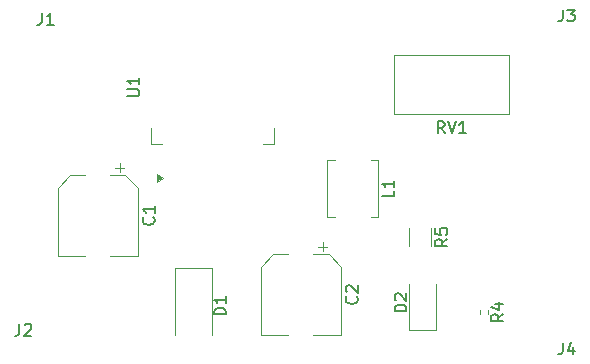
<source format=gbr>
%TF.GenerationSoftware,KiCad,Pcbnew,9.0.3*%
%TF.CreationDate,2025-07-23T14:40:10+05:30*%
%TF.ProjectId,buck_converter,6275636b-5f63-46f6-9e76-65727465722e,rev?*%
%TF.SameCoordinates,Original*%
%TF.FileFunction,Legend,Top*%
%TF.FilePolarity,Positive*%
%FSLAX46Y46*%
G04 Gerber Fmt 4.6, Leading zero omitted, Abs format (unit mm)*
G04 Created by KiCad (PCBNEW 9.0.3) date 2025-07-23 14:40:10*
%MOMM*%
%LPD*%
G01*
G04 APERTURE LIST*
%ADD10C,0.150000*%
%ADD11C,0.120000*%
G04 APERTURE END LIST*
D10*
X120164761Y-75944819D02*
X119831428Y-75468628D01*
X119593333Y-75944819D02*
X119593333Y-74944819D01*
X119593333Y-74944819D02*
X119974285Y-74944819D01*
X119974285Y-74944819D02*
X120069523Y-74992438D01*
X120069523Y-74992438D02*
X120117142Y-75040057D01*
X120117142Y-75040057D02*
X120164761Y-75135295D01*
X120164761Y-75135295D02*
X120164761Y-75278152D01*
X120164761Y-75278152D02*
X120117142Y-75373390D01*
X120117142Y-75373390D02*
X120069523Y-75421009D01*
X120069523Y-75421009D02*
X119974285Y-75468628D01*
X119974285Y-75468628D02*
X119593333Y-75468628D01*
X120450476Y-74944819D02*
X120783809Y-75944819D01*
X120783809Y-75944819D02*
X121117142Y-74944819D01*
X121974285Y-75944819D02*
X121402857Y-75944819D01*
X121688571Y-75944819D02*
X121688571Y-74944819D01*
X121688571Y-74944819D02*
X121593333Y-75087676D01*
X121593333Y-75087676D02*
X121498095Y-75182914D01*
X121498095Y-75182914D02*
X121402857Y-75230533D01*
X130166666Y-93674819D02*
X130166666Y-94389104D01*
X130166666Y-94389104D02*
X130119047Y-94531961D01*
X130119047Y-94531961D02*
X130023809Y-94627200D01*
X130023809Y-94627200D02*
X129880952Y-94674819D01*
X129880952Y-94674819D02*
X129785714Y-94674819D01*
X131071428Y-94008152D02*
X131071428Y-94674819D01*
X130833333Y-93627200D02*
X130595238Y-94341485D01*
X130595238Y-94341485D02*
X131214285Y-94341485D01*
X130166666Y-65474819D02*
X130166666Y-66189104D01*
X130166666Y-66189104D02*
X130119047Y-66331961D01*
X130119047Y-66331961D02*
X130023809Y-66427200D01*
X130023809Y-66427200D02*
X129880952Y-66474819D01*
X129880952Y-66474819D02*
X129785714Y-66474819D01*
X130547619Y-65474819D02*
X131166666Y-65474819D01*
X131166666Y-65474819D02*
X130833333Y-65855771D01*
X130833333Y-65855771D02*
X130976190Y-65855771D01*
X130976190Y-65855771D02*
X131071428Y-65903390D01*
X131071428Y-65903390D02*
X131119047Y-65951009D01*
X131119047Y-65951009D02*
X131166666Y-66046247D01*
X131166666Y-66046247D02*
X131166666Y-66284342D01*
X131166666Y-66284342D02*
X131119047Y-66379580D01*
X131119047Y-66379580D02*
X131071428Y-66427200D01*
X131071428Y-66427200D02*
X130976190Y-66474819D01*
X130976190Y-66474819D02*
X130690476Y-66474819D01*
X130690476Y-66474819D02*
X130595238Y-66427200D01*
X130595238Y-66427200D02*
X130547619Y-66379580D01*
X84166666Y-92074819D02*
X84166666Y-92789104D01*
X84166666Y-92789104D02*
X84119047Y-92931961D01*
X84119047Y-92931961D02*
X84023809Y-93027200D01*
X84023809Y-93027200D02*
X83880952Y-93074819D01*
X83880952Y-93074819D02*
X83785714Y-93074819D01*
X84595238Y-92170057D02*
X84642857Y-92122438D01*
X84642857Y-92122438D02*
X84738095Y-92074819D01*
X84738095Y-92074819D02*
X84976190Y-92074819D01*
X84976190Y-92074819D02*
X85071428Y-92122438D01*
X85071428Y-92122438D02*
X85119047Y-92170057D01*
X85119047Y-92170057D02*
X85166666Y-92265295D01*
X85166666Y-92265295D02*
X85166666Y-92360533D01*
X85166666Y-92360533D02*
X85119047Y-92503390D01*
X85119047Y-92503390D02*
X84547619Y-93074819D01*
X84547619Y-93074819D02*
X85166666Y-93074819D01*
X86066666Y-65774819D02*
X86066666Y-66489104D01*
X86066666Y-66489104D02*
X86019047Y-66631961D01*
X86019047Y-66631961D02*
X85923809Y-66727200D01*
X85923809Y-66727200D02*
X85780952Y-66774819D01*
X85780952Y-66774819D02*
X85685714Y-66774819D01*
X87066666Y-66774819D02*
X86495238Y-66774819D01*
X86780952Y-66774819D02*
X86780952Y-65774819D01*
X86780952Y-65774819D02*
X86685714Y-65917676D01*
X86685714Y-65917676D02*
X86590476Y-66012914D01*
X86590476Y-66012914D02*
X86495238Y-66060533D01*
X101634819Y-91288094D02*
X100634819Y-91288094D01*
X100634819Y-91288094D02*
X100634819Y-91049999D01*
X100634819Y-91049999D02*
X100682438Y-90907142D01*
X100682438Y-90907142D02*
X100777676Y-90811904D01*
X100777676Y-90811904D02*
X100872914Y-90764285D01*
X100872914Y-90764285D02*
X101063390Y-90716666D01*
X101063390Y-90716666D02*
X101206247Y-90716666D01*
X101206247Y-90716666D02*
X101396723Y-90764285D01*
X101396723Y-90764285D02*
X101491961Y-90811904D01*
X101491961Y-90811904D02*
X101587200Y-90907142D01*
X101587200Y-90907142D02*
X101634819Y-91049999D01*
X101634819Y-91049999D02*
X101634819Y-91288094D01*
X101634819Y-89764285D02*
X101634819Y-90335713D01*
X101634819Y-90049999D02*
X100634819Y-90049999D01*
X100634819Y-90049999D02*
X100777676Y-90145237D01*
X100777676Y-90145237D02*
X100872914Y-90240475D01*
X100872914Y-90240475D02*
X100920533Y-90335713D01*
X93304819Y-72811904D02*
X94114342Y-72811904D01*
X94114342Y-72811904D02*
X94209580Y-72764285D01*
X94209580Y-72764285D02*
X94257200Y-72716666D01*
X94257200Y-72716666D02*
X94304819Y-72621428D01*
X94304819Y-72621428D02*
X94304819Y-72430952D01*
X94304819Y-72430952D02*
X94257200Y-72335714D01*
X94257200Y-72335714D02*
X94209580Y-72288095D01*
X94209580Y-72288095D02*
X94114342Y-72240476D01*
X94114342Y-72240476D02*
X93304819Y-72240476D01*
X94304819Y-71240476D02*
X94304819Y-71811904D01*
X94304819Y-71526190D02*
X93304819Y-71526190D01*
X93304819Y-71526190D02*
X93447676Y-71621428D01*
X93447676Y-71621428D02*
X93542914Y-71716666D01*
X93542914Y-71716666D02*
X93590533Y-71811904D01*
X120384819Y-84904166D02*
X119908628Y-85237499D01*
X120384819Y-85475594D02*
X119384819Y-85475594D01*
X119384819Y-85475594D02*
X119384819Y-85094642D01*
X119384819Y-85094642D02*
X119432438Y-84999404D01*
X119432438Y-84999404D02*
X119480057Y-84951785D01*
X119480057Y-84951785D02*
X119575295Y-84904166D01*
X119575295Y-84904166D02*
X119718152Y-84904166D01*
X119718152Y-84904166D02*
X119813390Y-84951785D01*
X119813390Y-84951785D02*
X119861009Y-84999404D01*
X119861009Y-84999404D02*
X119908628Y-85094642D01*
X119908628Y-85094642D02*
X119908628Y-85475594D01*
X119384819Y-83999404D02*
X119384819Y-84475594D01*
X119384819Y-84475594D02*
X119861009Y-84523213D01*
X119861009Y-84523213D02*
X119813390Y-84475594D01*
X119813390Y-84475594D02*
X119765771Y-84380356D01*
X119765771Y-84380356D02*
X119765771Y-84142261D01*
X119765771Y-84142261D02*
X119813390Y-84047023D01*
X119813390Y-84047023D02*
X119861009Y-83999404D01*
X119861009Y-83999404D02*
X119956247Y-83951785D01*
X119956247Y-83951785D02*
X120194342Y-83951785D01*
X120194342Y-83951785D02*
X120289580Y-83999404D01*
X120289580Y-83999404D02*
X120337200Y-84047023D01*
X120337200Y-84047023D02*
X120384819Y-84142261D01*
X120384819Y-84142261D02*
X120384819Y-84380356D01*
X120384819Y-84380356D02*
X120337200Y-84475594D01*
X120337200Y-84475594D02*
X120289580Y-84523213D01*
X125124819Y-91256666D02*
X124648628Y-91589999D01*
X125124819Y-91828094D02*
X124124819Y-91828094D01*
X124124819Y-91828094D02*
X124124819Y-91447142D01*
X124124819Y-91447142D02*
X124172438Y-91351904D01*
X124172438Y-91351904D02*
X124220057Y-91304285D01*
X124220057Y-91304285D02*
X124315295Y-91256666D01*
X124315295Y-91256666D02*
X124458152Y-91256666D01*
X124458152Y-91256666D02*
X124553390Y-91304285D01*
X124553390Y-91304285D02*
X124601009Y-91351904D01*
X124601009Y-91351904D02*
X124648628Y-91447142D01*
X124648628Y-91447142D02*
X124648628Y-91828094D01*
X124458152Y-90399523D02*
X125124819Y-90399523D01*
X124077200Y-90637618D02*
X124791485Y-90875713D01*
X124791485Y-90875713D02*
X124791485Y-90256666D01*
X115854819Y-80816666D02*
X115854819Y-81292856D01*
X115854819Y-81292856D02*
X114854819Y-81292856D01*
X115854819Y-79959523D02*
X115854819Y-80530951D01*
X115854819Y-80245237D02*
X114854819Y-80245237D01*
X114854819Y-80245237D02*
X114997676Y-80340475D01*
X114997676Y-80340475D02*
X115092914Y-80435713D01*
X115092914Y-80435713D02*
X115140533Y-80530951D01*
X116924819Y-91038094D02*
X115924819Y-91038094D01*
X115924819Y-91038094D02*
X115924819Y-90799999D01*
X115924819Y-90799999D02*
X115972438Y-90657142D01*
X115972438Y-90657142D02*
X116067676Y-90561904D01*
X116067676Y-90561904D02*
X116162914Y-90514285D01*
X116162914Y-90514285D02*
X116353390Y-90466666D01*
X116353390Y-90466666D02*
X116496247Y-90466666D01*
X116496247Y-90466666D02*
X116686723Y-90514285D01*
X116686723Y-90514285D02*
X116781961Y-90561904D01*
X116781961Y-90561904D02*
X116877200Y-90657142D01*
X116877200Y-90657142D02*
X116924819Y-90799999D01*
X116924819Y-90799999D02*
X116924819Y-91038094D01*
X116020057Y-90085713D02*
X115972438Y-90038094D01*
X115972438Y-90038094D02*
X115924819Y-89942856D01*
X115924819Y-89942856D02*
X115924819Y-89704761D01*
X115924819Y-89704761D02*
X115972438Y-89609523D01*
X115972438Y-89609523D02*
X116020057Y-89561904D01*
X116020057Y-89561904D02*
X116115295Y-89514285D01*
X116115295Y-89514285D02*
X116210533Y-89514285D01*
X116210533Y-89514285D02*
X116353390Y-89561904D01*
X116353390Y-89561904D02*
X116924819Y-90133332D01*
X116924819Y-90133332D02*
X116924819Y-89514285D01*
X112709580Y-89766666D02*
X112757200Y-89814285D01*
X112757200Y-89814285D02*
X112804819Y-89957142D01*
X112804819Y-89957142D02*
X112804819Y-90052380D01*
X112804819Y-90052380D02*
X112757200Y-90195237D01*
X112757200Y-90195237D02*
X112661961Y-90290475D01*
X112661961Y-90290475D02*
X112566723Y-90338094D01*
X112566723Y-90338094D02*
X112376247Y-90385713D01*
X112376247Y-90385713D02*
X112233390Y-90385713D01*
X112233390Y-90385713D02*
X112042914Y-90338094D01*
X112042914Y-90338094D02*
X111947676Y-90290475D01*
X111947676Y-90290475D02*
X111852438Y-90195237D01*
X111852438Y-90195237D02*
X111804819Y-90052380D01*
X111804819Y-90052380D02*
X111804819Y-89957142D01*
X111804819Y-89957142D02*
X111852438Y-89814285D01*
X111852438Y-89814285D02*
X111900057Y-89766666D01*
X111900057Y-89385713D02*
X111852438Y-89338094D01*
X111852438Y-89338094D02*
X111804819Y-89242856D01*
X111804819Y-89242856D02*
X111804819Y-89004761D01*
X111804819Y-89004761D02*
X111852438Y-88909523D01*
X111852438Y-88909523D02*
X111900057Y-88861904D01*
X111900057Y-88861904D02*
X111995295Y-88814285D01*
X111995295Y-88814285D02*
X112090533Y-88814285D01*
X112090533Y-88814285D02*
X112233390Y-88861904D01*
X112233390Y-88861904D02*
X112804819Y-89433332D01*
X112804819Y-89433332D02*
X112804819Y-88814285D01*
X95509580Y-83066666D02*
X95557200Y-83114285D01*
X95557200Y-83114285D02*
X95604819Y-83257142D01*
X95604819Y-83257142D02*
X95604819Y-83352380D01*
X95604819Y-83352380D02*
X95557200Y-83495237D01*
X95557200Y-83495237D02*
X95461961Y-83590475D01*
X95461961Y-83590475D02*
X95366723Y-83638094D01*
X95366723Y-83638094D02*
X95176247Y-83685713D01*
X95176247Y-83685713D02*
X95033390Y-83685713D01*
X95033390Y-83685713D02*
X94842914Y-83638094D01*
X94842914Y-83638094D02*
X94747676Y-83590475D01*
X94747676Y-83590475D02*
X94652438Y-83495237D01*
X94652438Y-83495237D02*
X94604819Y-83352380D01*
X94604819Y-83352380D02*
X94604819Y-83257142D01*
X94604819Y-83257142D02*
X94652438Y-83114285D01*
X94652438Y-83114285D02*
X94700057Y-83066666D01*
X95604819Y-82114285D02*
X95604819Y-82685713D01*
X95604819Y-82399999D02*
X94604819Y-82399999D01*
X94604819Y-82399999D02*
X94747676Y-82495237D01*
X94747676Y-82495237D02*
X94842914Y-82590475D01*
X94842914Y-82590475D02*
X94890533Y-82685713D01*
D11*
%TO.C,RV1*%
X125635000Y-74350000D02*
X115885000Y-74350000D01*
X125635000Y-69300000D02*
X125635000Y-74350000D01*
X115885000Y-74350000D02*
X115885000Y-69300000D01*
X115885000Y-69300000D02*
X125635000Y-69300000D01*
%TO.C,D1*%
X100485000Y-87365000D02*
X97315000Y-87365000D01*
X97315000Y-87365000D02*
X97315000Y-93050000D01*
X100485000Y-93050000D02*
X100485000Y-87365000D01*
%TO.C,U1*%
X95300000Y-76875000D02*
X96250000Y-76875000D01*
X105700000Y-76875000D02*
X104750000Y-76875000D01*
X95300000Y-75510000D02*
X95300000Y-76875000D01*
X105700000Y-75510000D02*
X105700000Y-76875000D01*
X96290000Y-79700000D02*
X95820000Y-80040000D01*
X95820000Y-79360000D01*
X96290000Y-79700000D01*
G36*
X96290000Y-79700000D02*
G01*
X95820000Y-80040000D01*
X95820000Y-79360000D01*
X96290000Y-79700000D01*
G37*
%TO.C,R5*%
X119010000Y-84010436D02*
X119010000Y-85464564D01*
X117190000Y-84010436D02*
X117190000Y-85464564D01*
%TO.C,R4*%
X123880000Y-90936359D02*
X123880000Y-91243641D01*
X123120000Y-90936359D02*
X123120000Y-91243641D01*
%TO.C,L1*%
X114560000Y-78240000D02*
X114560000Y-83060000D01*
X113910000Y-78240000D02*
X114560000Y-78240000D01*
X110240000Y-78240000D02*
X110890000Y-78240000D01*
X114560000Y-83060000D02*
X113910000Y-83060000D01*
X110890000Y-83060000D02*
X110240000Y-83060000D01*
X110240000Y-83060000D02*
X110240000Y-78240000D01*
%TO.C,D2*%
X117165000Y-92585000D02*
X119435000Y-92585000D01*
X119435000Y-92585000D02*
X119435000Y-88700000D01*
X117165000Y-88700000D02*
X117165000Y-92585000D01*
%TO.C,C2*%
X109847500Y-85162500D02*
X109847500Y-85950000D01*
X110241250Y-85556250D02*
X109453750Y-85556250D01*
X110345563Y-86190000D02*
X109060000Y-86190000D01*
X110345563Y-86190000D02*
X111410000Y-87254437D01*
X105654437Y-86190000D02*
X106940000Y-86190000D01*
X105654437Y-86190000D02*
X104590000Y-87254437D01*
X111410000Y-87254437D02*
X111410000Y-93010000D01*
X104590000Y-87254437D02*
X104590000Y-93010000D01*
X111410000Y-93010000D02*
X109060000Y-93010000D01*
X104590000Y-93010000D02*
X106940000Y-93010000D01*
%TO.C,C1*%
X92647500Y-78462500D02*
X92647500Y-79250000D01*
X93041250Y-78856250D02*
X92253750Y-78856250D01*
X93145563Y-79490000D02*
X91860000Y-79490000D01*
X93145563Y-79490000D02*
X94210000Y-80554437D01*
X88454437Y-79490000D02*
X89740000Y-79490000D01*
X88454437Y-79490000D02*
X87390000Y-80554437D01*
X94210000Y-80554437D02*
X94210000Y-86310000D01*
X87390000Y-80554437D02*
X87390000Y-86310000D01*
X94210000Y-86310000D02*
X91860000Y-86310000D01*
X87390000Y-86310000D02*
X89740000Y-86310000D01*
%TD*%
M02*

</source>
